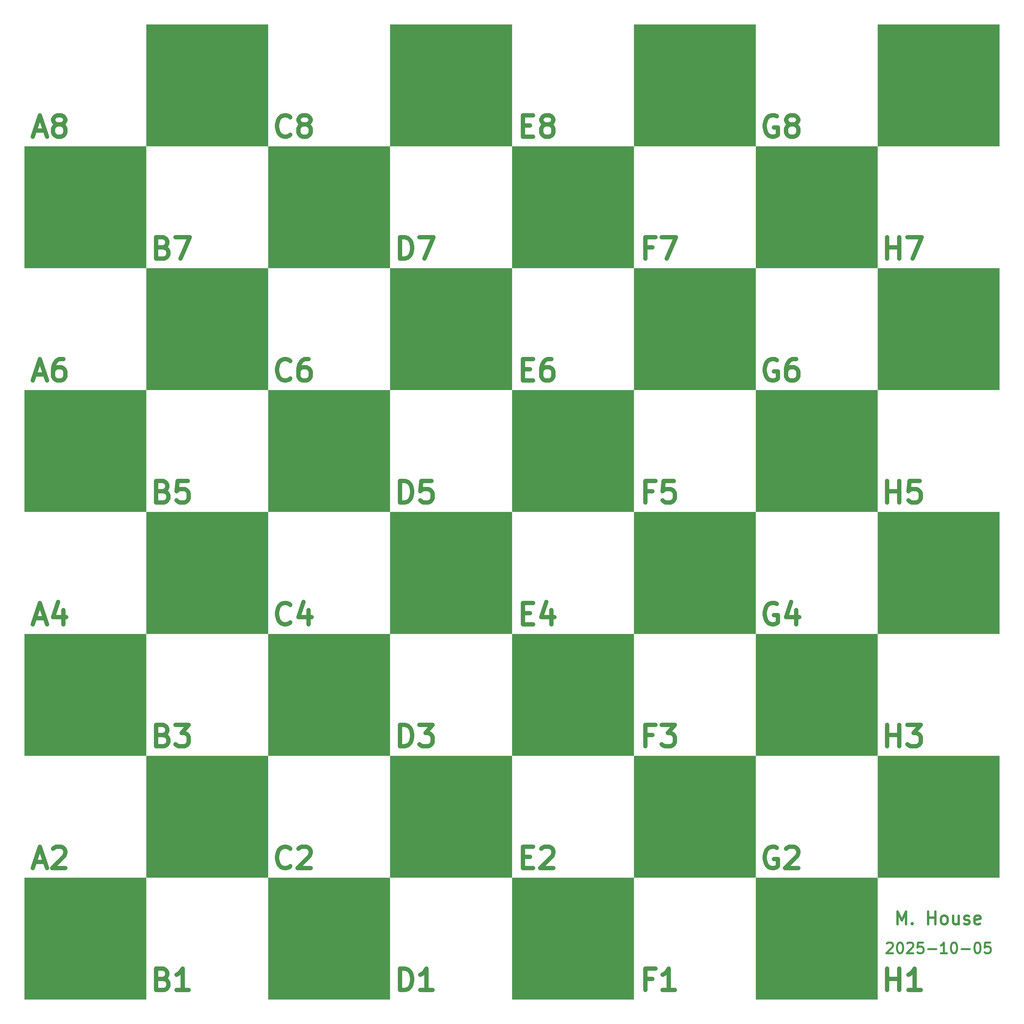
<source format=gbr>
%TF.GenerationSoftware,KiCad,Pcbnew,9.0.4*%
%TF.CreationDate,2025-10-05T06:40:31-04:00*%
%TF.ProjectId,tf_chess,74665f63-6865-4737-932e-6b696361645f,rev?*%
%TF.SameCoordinates,Original*%
%TF.FileFunction,Copper,L1,Top*%
%TF.FilePolarity,Positive*%
%FSLAX46Y46*%
G04 Gerber Fmt 4.6, Leading zero omitted, Abs format (unit mm)*
G04 Created by KiCad (PCBNEW 9.0.4) date 2025-10-05 06:40:31*
%MOMM*%
%LPD*%
G01*
G04 APERTURE LIST*
%ADD10C,2.000000*%
%TA.AperFunction,NonConductor*%
%ADD11C,2.000000*%
%TD*%
%ADD12C,0.900000*%
%TA.AperFunction,NonConductor*%
%ADD13C,0.900000*%
%TD*%
%ADD14C,1.100000*%
%TA.AperFunction,NonConductor*%
%ADD15C,1.100000*%
%TD*%
G04 APERTURE END LIST*
%TA.AperFunction,NonConductor*%
G36*
X64500000Y-67000000D02*
G01*
X121500000Y-67000000D01*
X121500000Y-124000000D01*
X64500000Y-124000000D01*
X64500000Y-67000000D01*
G37*
%TD.AperFunction*%
%TA.AperFunction,NonConductor*%
G36*
X349500000Y-238000000D02*
G01*
X406500000Y-238000000D01*
X406500000Y-295000000D01*
X349500000Y-295000000D01*
X349500000Y-238000000D01*
G37*
%TD.AperFunction*%
%TA.AperFunction,NonConductor*%
G36*
X64500000Y-295000000D02*
G01*
X121500000Y-295000000D01*
X121500000Y-352000000D01*
X64500000Y-352000000D01*
X64500000Y-295000000D01*
G37*
%TD.AperFunction*%
%TA.AperFunction,NonConductor*%
G36*
X178500000Y47000000D02*
G01*
X235500000Y47000000D01*
X235500000Y-10000000D01*
X178500000Y-10000000D01*
X178500000Y47000000D01*
G37*
%TD.AperFunction*%
%TA.AperFunction,NonConductor*%
G36*
X64500000Y-181000000D02*
G01*
X121500000Y-181000000D01*
X121500000Y-238000000D01*
X64500000Y-238000000D01*
X64500000Y-181000000D01*
G37*
%TD.AperFunction*%
%TA.AperFunction,NonConductor*%
G36*
X235500000Y-238000000D02*
G01*
X292500000Y-238000000D01*
X292500000Y-295000000D01*
X235500000Y-295000000D01*
X235500000Y-238000000D01*
G37*
%TD.AperFunction*%
%TA.AperFunction,NonConductor*%
G36*
X121500000Y-124000000D02*
G01*
X178500000Y-124000000D01*
X178500000Y-181000000D01*
X121500000Y-181000000D01*
X121500000Y-124000000D01*
G37*
%TD.AperFunction*%
%TA.AperFunction,NonConductor*%
G36*
X121500000Y104000000D02*
G01*
X178500000Y104000000D01*
X178500000Y47000000D01*
X121500000Y47000000D01*
X121500000Y104000000D01*
G37*
%TD.AperFunction*%
%TA.AperFunction,NonConductor*%
G36*
X235500000Y104000000D02*
G01*
X292500000Y104000000D01*
X292500000Y47000000D01*
X235500000Y47000000D01*
X235500000Y104000000D01*
G37*
%TD.AperFunction*%
%TA.AperFunction,NonConductor*%
G36*
X121500000Y-238000000D02*
G01*
X178500000Y-238000000D01*
X178500000Y-295000000D01*
X121500000Y-295000000D01*
X121500000Y-238000000D01*
G37*
%TD.AperFunction*%
%TA.AperFunction,NonConductor*%
G36*
X178500000Y-295000000D02*
G01*
X235500000Y-295000000D01*
X235500000Y-352000000D01*
X178500000Y-352000000D01*
X178500000Y-295000000D01*
G37*
%TD.AperFunction*%
%TA.AperFunction,NonConductor*%
G36*
X7500000Y-238000000D02*
G01*
X64500000Y-238000000D01*
X64500000Y-295000000D01*
X7500000Y-295000000D01*
X7500000Y-238000000D01*
G37*
%TD.AperFunction*%
%TA.AperFunction,NonConductor*%
G36*
X-49500000Y-181000000D02*
G01*
X7500000Y-181000000D01*
X7500000Y-238000000D01*
X-49500000Y-238000000D01*
X-49500000Y-181000000D01*
G37*
%TD.AperFunction*%
%TA.AperFunction,NonConductor*%
G36*
X292500000Y-67000000D02*
G01*
X349500000Y-67000000D01*
X349500000Y-124000000D01*
X292500000Y-124000000D01*
X292500000Y-67000000D01*
G37*
%TD.AperFunction*%
%TA.AperFunction,NonConductor*%
G36*
X349500000Y-10000000D02*
G01*
X406500000Y-10000000D01*
X406500000Y-67000000D01*
X349500000Y-67000000D01*
X349500000Y-10000000D01*
G37*
%TD.AperFunction*%
%TA.AperFunction,NonConductor*%
G36*
X292500000Y47000000D02*
G01*
X349500000Y47000000D01*
X349500000Y-10000000D01*
X292500000Y-10000000D01*
X292500000Y47000000D01*
G37*
%TD.AperFunction*%
%TA.AperFunction,NonConductor*%
G36*
X64500000Y47000000D02*
G01*
X121500000Y47000000D01*
X121500000Y-10000000D01*
X64500000Y-10000000D01*
X64500000Y47000000D01*
G37*
%TD.AperFunction*%
%TA.AperFunction,NonConductor*%
G36*
X7500000Y104000000D02*
G01*
X64500000Y104000000D01*
X64500000Y47000000D01*
X7500000Y47000000D01*
X7500000Y104000000D01*
G37*
%TD.AperFunction*%
%TA.AperFunction,NonConductor*%
G36*
X121500000Y-10000000D02*
G01*
X178500000Y-10000000D01*
X178500000Y-67000000D01*
X121500000Y-67000000D01*
X121500000Y-10000000D01*
G37*
%TD.AperFunction*%
%TA.AperFunction,NonConductor*%
G36*
X-49500000Y-67000000D02*
G01*
X7500000Y-67000000D01*
X7500000Y-124000000D01*
X-49500000Y-124000000D01*
X-49500000Y-67000000D01*
G37*
%TD.AperFunction*%
%TA.AperFunction,NonConductor*%
G36*
X-49500000Y-295000000D02*
G01*
X7500000Y-295000000D01*
X7500000Y-352000000D01*
X-49500000Y-352000000D01*
X-49500000Y-295000000D01*
G37*
%TD.AperFunction*%
%TA.AperFunction,NonConductor*%
G36*
X7500000Y-10000000D02*
G01*
X64500000Y-10000000D01*
X64500000Y-67000000D01*
X7500000Y-67000000D01*
X7500000Y-10000000D01*
G37*
%TD.AperFunction*%
%TA.AperFunction,NonConductor*%
G36*
X178500000Y-181000000D02*
G01*
X235500000Y-181000000D01*
X235500000Y-238000000D01*
X178500000Y-238000000D01*
X178500000Y-181000000D01*
G37*
%TD.AperFunction*%
%TA.AperFunction,NonConductor*%
G36*
X292500000Y-181000000D02*
G01*
X349500000Y-181000000D01*
X349500000Y-238000000D01*
X292500000Y-238000000D01*
X292500000Y-181000000D01*
G37*
%TD.AperFunction*%
%TA.AperFunction,NonConductor*%
G36*
X349500000Y104000000D02*
G01*
X406500000Y104000000D01*
X406500000Y47000000D01*
X349500000Y47000000D01*
X349500000Y104000000D01*
G37*
%TD.AperFunction*%
%TA.AperFunction,NonConductor*%
G36*
X7500000Y-124000000D02*
G01*
X64500000Y-124000000D01*
X64500000Y-181000000D01*
X7500000Y-181000000D01*
X7500000Y-124000000D01*
G37*
%TD.AperFunction*%
%TA.AperFunction,NonConductor*%
G36*
X235500000Y-10000000D02*
G01*
X292500000Y-10000000D01*
X292500000Y-67000000D01*
X235500000Y-67000000D01*
X235500000Y-10000000D01*
G37*
%TD.AperFunction*%
%TA.AperFunction,NonConductor*%
G36*
X349500000Y-124000000D02*
G01*
X406500000Y-124000000D01*
X406500000Y-181000000D01*
X349500000Y-181000000D01*
X349500000Y-124000000D01*
G37*
%TD.AperFunction*%
%TA.AperFunction,NonConductor*%
G36*
X178500000Y-67000000D02*
G01*
X235500000Y-67000000D01*
X235500000Y-124000000D01*
X178500000Y-124000000D01*
X178500000Y-67000000D01*
G37*
%TD.AperFunction*%
%TA.AperFunction,NonConductor*%
G36*
X-49500000Y47000000D02*
G01*
X7500000Y47000000D01*
X7500000Y-10000000D01*
X-49500000Y-10000000D01*
X-49500000Y47000000D01*
G37*
%TD.AperFunction*%
%TA.AperFunction,NonConductor*%
G36*
X292500000Y-295000000D02*
G01*
X349500000Y-295000000D01*
X349500000Y-352000000D01*
X292500000Y-352000000D01*
X292500000Y-295000000D01*
G37*
%TD.AperFunction*%
%TA.AperFunction,NonConductor*%
G36*
X235500000Y-124000000D02*
G01*
X292500000Y-124000000D01*
X292500000Y-181000000D01*
X235500000Y-181000000D01*
X235500000Y-124000000D01*
G37*
%TD.AperFunction*%
D10*
D11*
X353880952Y-347522190D02*
X353880952Y-337522190D01*
X353880952Y-342284095D02*
X359595238Y-342284095D01*
X359595238Y-347522190D02*
X359595238Y-337522190D01*
X369595237Y-347522190D02*
X363880951Y-347522190D01*
X366738094Y-347522190D02*
X366738094Y-337522190D01*
X366738094Y-337522190D02*
X365785713Y-338950761D01*
X365785713Y-338950761D02*
X364833332Y-339903142D01*
X364833332Y-339903142D02*
X363880951Y-340379333D01*
D12*
D13*
X353714284Y-325742485D02*
X353952380Y-325504390D01*
X353952380Y-325504390D02*
X354428570Y-325266295D01*
X354428570Y-325266295D02*
X355619046Y-325266295D01*
X355619046Y-325266295D02*
X356095237Y-325504390D01*
X356095237Y-325504390D02*
X356333332Y-325742485D01*
X356333332Y-325742485D02*
X356571427Y-326218676D01*
X356571427Y-326218676D02*
X356571427Y-326694866D01*
X356571427Y-326694866D02*
X356333332Y-327409152D01*
X356333332Y-327409152D02*
X353476189Y-330266295D01*
X353476189Y-330266295D02*
X356571427Y-330266295D01*
X359666666Y-325266295D02*
X360142856Y-325266295D01*
X360142856Y-325266295D02*
X360619047Y-325504390D01*
X360619047Y-325504390D02*
X360857142Y-325742485D01*
X360857142Y-325742485D02*
X361095237Y-326218676D01*
X361095237Y-326218676D02*
X361333332Y-327171057D01*
X361333332Y-327171057D02*
X361333332Y-328361533D01*
X361333332Y-328361533D02*
X361095237Y-329313914D01*
X361095237Y-329313914D02*
X360857142Y-329790104D01*
X360857142Y-329790104D02*
X360619047Y-330028200D01*
X360619047Y-330028200D02*
X360142856Y-330266295D01*
X360142856Y-330266295D02*
X359666666Y-330266295D01*
X359666666Y-330266295D02*
X359190475Y-330028200D01*
X359190475Y-330028200D02*
X358952380Y-329790104D01*
X358952380Y-329790104D02*
X358714285Y-329313914D01*
X358714285Y-329313914D02*
X358476189Y-328361533D01*
X358476189Y-328361533D02*
X358476189Y-327171057D01*
X358476189Y-327171057D02*
X358714285Y-326218676D01*
X358714285Y-326218676D02*
X358952380Y-325742485D01*
X358952380Y-325742485D02*
X359190475Y-325504390D01*
X359190475Y-325504390D02*
X359666666Y-325266295D01*
X363238094Y-325742485D02*
X363476190Y-325504390D01*
X363476190Y-325504390D02*
X363952380Y-325266295D01*
X363952380Y-325266295D02*
X365142856Y-325266295D01*
X365142856Y-325266295D02*
X365619047Y-325504390D01*
X365619047Y-325504390D02*
X365857142Y-325742485D01*
X365857142Y-325742485D02*
X366095237Y-326218676D01*
X366095237Y-326218676D02*
X366095237Y-326694866D01*
X366095237Y-326694866D02*
X365857142Y-327409152D01*
X365857142Y-327409152D02*
X362999999Y-330266295D01*
X362999999Y-330266295D02*
X366095237Y-330266295D01*
X370619047Y-325266295D02*
X368238095Y-325266295D01*
X368238095Y-325266295D02*
X367999999Y-327647247D01*
X367999999Y-327647247D02*
X368238095Y-327409152D01*
X368238095Y-327409152D02*
X368714285Y-327171057D01*
X368714285Y-327171057D02*
X369904761Y-327171057D01*
X369904761Y-327171057D02*
X370380952Y-327409152D01*
X370380952Y-327409152D02*
X370619047Y-327647247D01*
X370619047Y-327647247D02*
X370857142Y-328123438D01*
X370857142Y-328123438D02*
X370857142Y-329313914D01*
X370857142Y-329313914D02*
X370619047Y-329790104D01*
X370619047Y-329790104D02*
X370380952Y-330028200D01*
X370380952Y-330028200D02*
X369904761Y-330266295D01*
X369904761Y-330266295D02*
X368714285Y-330266295D01*
X368714285Y-330266295D02*
X368238095Y-330028200D01*
X368238095Y-330028200D02*
X367999999Y-329790104D01*
X373000000Y-328361533D02*
X376809524Y-328361533D01*
X381809523Y-330266295D02*
X378952380Y-330266295D01*
X380380952Y-330266295D02*
X380380952Y-325266295D01*
X380380952Y-325266295D02*
X379904761Y-325980580D01*
X379904761Y-325980580D02*
X379428571Y-326456771D01*
X379428571Y-326456771D02*
X378952380Y-326694866D01*
X384904762Y-325266295D02*
X385380952Y-325266295D01*
X385380952Y-325266295D02*
X385857143Y-325504390D01*
X385857143Y-325504390D02*
X386095238Y-325742485D01*
X386095238Y-325742485D02*
X386333333Y-326218676D01*
X386333333Y-326218676D02*
X386571428Y-327171057D01*
X386571428Y-327171057D02*
X386571428Y-328361533D01*
X386571428Y-328361533D02*
X386333333Y-329313914D01*
X386333333Y-329313914D02*
X386095238Y-329790104D01*
X386095238Y-329790104D02*
X385857143Y-330028200D01*
X385857143Y-330028200D02*
X385380952Y-330266295D01*
X385380952Y-330266295D02*
X384904762Y-330266295D01*
X384904762Y-330266295D02*
X384428571Y-330028200D01*
X384428571Y-330028200D02*
X384190476Y-329790104D01*
X384190476Y-329790104D02*
X383952381Y-329313914D01*
X383952381Y-329313914D02*
X383714285Y-328361533D01*
X383714285Y-328361533D02*
X383714285Y-327171057D01*
X383714285Y-327171057D02*
X383952381Y-326218676D01*
X383952381Y-326218676D02*
X384190476Y-325742485D01*
X384190476Y-325742485D02*
X384428571Y-325504390D01*
X384428571Y-325504390D02*
X384904762Y-325266295D01*
X388714286Y-328361533D02*
X392523810Y-328361533D01*
X395857143Y-325266295D02*
X396333333Y-325266295D01*
X396333333Y-325266295D02*
X396809524Y-325504390D01*
X396809524Y-325504390D02*
X397047619Y-325742485D01*
X397047619Y-325742485D02*
X397285714Y-326218676D01*
X397285714Y-326218676D02*
X397523809Y-327171057D01*
X397523809Y-327171057D02*
X397523809Y-328361533D01*
X397523809Y-328361533D02*
X397285714Y-329313914D01*
X397285714Y-329313914D02*
X397047619Y-329790104D01*
X397047619Y-329790104D02*
X396809524Y-330028200D01*
X396809524Y-330028200D02*
X396333333Y-330266295D01*
X396333333Y-330266295D02*
X395857143Y-330266295D01*
X395857143Y-330266295D02*
X395380952Y-330028200D01*
X395380952Y-330028200D02*
X395142857Y-329790104D01*
X395142857Y-329790104D02*
X394904762Y-329313914D01*
X394904762Y-329313914D02*
X394666666Y-328361533D01*
X394666666Y-328361533D02*
X394666666Y-327171057D01*
X394666666Y-327171057D02*
X394904762Y-326218676D01*
X394904762Y-326218676D02*
X395142857Y-325742485D01*
X395142857Y-325742485D02*
X395380952Y-325504390D01*
X395380952Y-325504390D02*
X395857143Y-325266295D01*
X402047619Y-325266295D02*
X399666667Y-325266295D01*
X399666667Y-325266295D02*
X399428571Y-327647247D01*
X399428571Y-327647247D02*
X399666667Y-327409152D01*
X399666667Y-327409152D02*
X400142857Y-327171057D01*
X400142857Y-327171057D02*
X401333333Y-327171057D01*
X401333333Y-327171057D02*
X401809524Y-327409152D01*
X401809524Y-327409152D02*
X402047619Y-327647247D01*
X402047619Y-327647247D02*
X402285714Y-328123438D01*
X402285714Y-328123438D02*
X402285714Y-329313914D01*
X402285714Y-329313914D02*
X402047619Y-329790104D01*
X402047619Y-329790104D02*
X401809524Y-330028200D01*
X401809524Y-330028200D02*
X401333333Y-330266295D01*
X401333333Y-330266295D02*
X400142857Y-330266295D01*
X400142857Y-330266295D02*
X399666667Y-330028200D01*
X399666667Y-330028200D02*
X399428571Y-329790104D01*
D14*
D15*
X358714286Y-316718514D02*
X358714286Y-310718514D01*
X358714286Y-310718514D02*
X360714286Y-315004228D01*
X360714286Y-315004228D02*
X362714286Y-310718514D01*
X362714286Y-310718514D02*
X362714286Y-316718514D01*
X365571429Y-316147085D02*
X365857143Y-316432800D01*
X365857143Y-316432800D02*
X365571429Y-316718514D01*
X365571429Y-316718514D02*
X365285715Y-316432800D01*
X365285715Y-316432800D02*
X365571429Y-316147085D01*
X365571429Y-316147085D02*
X365571429Y-316718514D01*
X373000001Y-316718514D02*
X373000001Y-310718514D01*
X373000001Y-313575657D02*
X376428572Y-313575657D01*
X376428572Y-316718514D02*
X376428572Y-310718514D01*
X380142858Y-316718514D02*
X379571429Y-316432800D01*
X379571429Y-316432800D02*
X379285715Y-316147085D01*
X379285715Y-316147085D02*
X379000001Y-315575657D01*
X379000001Y-315575657D02*
X379000001Y-313861371D01*
X379000001Y-313861371D02*
X379285715Y-313289942D01*
X379285715Y-313289942D02*
X379571429Y-313004228D01*
X379571429Y-313004228D02*
X380142858Y-312718514D01*
X380142858Y-312718514D02*
X381000001Y-312718514D01*
X381000001Y-312718514D02*
X381571429Y-313004228D01*
X381571429Y-313004228D02*
X381857144Y-313289942D01*
X381857144Y-313289942D02*
X382142858Y-313861371D01*
X382142858Y-313861371D02*
X382142858Y-315575657D01*
X382142858Y-315575657D02*
X381857144Y-316147085D01*
X381857144Y-316147085D02*
X381571429Y-316432800D01*
X381571429Y-316432800D02*
X381000001Y-316718514D01*
X381000001Y-316718514D02*
X380142858Y-316718514D01*
X387285715Y-312718514D02*
X387285715Y-316718514D01*
X384714286Y-312718514D02*
X384714286Y-315861371D01*
X384714286Y-315861371D02*
X385000000Y-316432800D01*
X385000000Y-316432800D02*
X385571429Y-316718514D01*
X385571429Y-316718514D02*
X386428572Y-316718514D01*
X386428572Y-316718514D02*
X387000000Y-316432800D01*
X387000000Y-316432800D02*
X387285715Y-316147085D01*
X389857143Y-316432800D02*
X390428571Y-316718514D01*
X390428571Y-316718514D02*
X391571428Y-316718514D01*
X391571428Y-316718514D02*
X392142857Y-316432800D01*
X392142857Y-316432800D02*
X392428571Y-315861371D01*
X392428571Y-315861371D02*
X392428571Y-315575657D01*
X392428571Y-315575657D02*
X392142857Y-315004228D01*
X392142857Y-315004228D02*
X391571428Y-314718514D01*
X391571428Y-314718514D02*
X390714286Y-314718514D01*
X390714286Y-314718514D02*
X390142857Y-314432800D01*
X390142857Y-314432800D02*
X389857143Y-313861371D01*
X389857143Y-313861371D02*
X389857143Y-313575657D01*
X389857143Y-313575657D02*
X390142857Y-313004228D01*
X390142857Y-313004228D02*
X390714286Y-312718514D01*
X390714286Y-312718514D02*
X391571428Y-312718514D01*
X391571428Y-312718514D02*
X392142857Y-313004228D01*
X397285714Y-316432800D02*
X396714286Y-316718514D01*
X396714286Y-316718514D02*
X395571429Y-316718514D01*
X395571429Y-316718514D02*
X395000000Y-316432800D01*
X395000000Y-316432800D02*
X394714286Y-315861371D01*
X394714286Y-315861371D02*
X394714286Y-313575657D01*
X394714286Y-313575657D02*
X395000000Y-313004228D01*
X395000000Y-313004228D02*
X395571429Y-312718514D01*
X395571429Y-312718514D02*
X396714286Y-312718514D01*
X396714286Y-312718514D02*
X397285714Y-313004228D01*
X397285714Y-313004228D02*
X397571429Y-313575657D01*
X397571429Y-313575657D02*
X397571429Y-314147085D01*
X397571429Y-314147085D02*
X394714286Y-314718514D01*
D10*
D11*
X-44642857Y-173665047D02*
X-39880952Y-173665047D01*
X-45595238Y-176522190D02*
X-42261904Y-166522190D01*
X-42261904Y-166522190D02*
X-38928571Y-176522190D01*
X-31309523Y-169855523D02*
X-31309523Y-176522190D01*
X-33690475Y-166046000D02*
X-36071428Y-173188857D01*
X-36071428Y-173188857D02*
X-29880951Y-173188857D01*
D10*
D11*
X244166666Y-228284095D02*
X240833333Y-228284095D01*
X240833333Y-233522190D02*
X240833333Y-223522190D01*
X240833333Y-223522190D02*
X245595238Y-223522190D01*
X248452381Y-223522190D02*
X254642857Y-223522190D01*
X254642857Y-223522190D02*
X251309524Y-227331714D01*
X251309524Y-227331714D02*
X252738095Y-227331714D01*
X252738095Y-227331714D02*
X253690476Y-227807904D01*
X253690476Y-227807904D02*
X254166667Y-228284095D01*
X254166667Y-228284095D02*
X254642857Y-229236476D01*
X254642857Y-229236476D02*
X254642857Y-231617428D01*
X254642857Y-231617428D02*
X254166667Y-232569809D01*
X254166667Y-232569809D02*
X253690476Y-233046000D01*
X253690476Y-233046000D02*
X252738095Y-233522190D01*
X252738095Y-233522190D02*
X249880952Y-233522190D01*
X249880952Y-233522190D02*
X248928571Y-233046000D01*
X248928571Y-233046000D02*
X248452381Y-232569809D01*
D10*
D11*
X302357142Y-166998380D02*
X301404761Y-166522190D01*
X301404761Y-166522190D02*
X299976190Y-166522190D01*
X299976190Y-166522190D02*
X298547618Y-166998380D01*
X298547618Y-166998380D02*
X297595237Y-167950761D01*
X297595237Y-167950761D02*
X297119047Y-168903142D01*
X297119047Y-168903142D02*
X296642856Y-170807904D01*
X296642856Y-170807904D02*
X296642856Y-172236476D01*
X296642856Y-172236476D02*
X297119047Y-174141238D01*
X297119047Y-174141238D02*
X297595237Y-175093619D01*
X297595237Y-175093619D02*
X298547618Y-176046000D01*
X298547618Y-176046000D02*
X299976190Y-176522190D01*
X299976190Y-176522190D02*
X300928571Y-176522190D01*
X300928571Y-176522190D02*
X302357142Y-176046000D01*
X302357142Y-176046000D02*
X302833333Y-175569809D01*
X302833333Y-175569809D02*
X302833333Y-172236476D01*
X302833333Y-172236476D02*
X300928571Y-172236476D01*
X311404761Y-169855523D02*
X311404761Y-176522190D01*
X309023809Y-166046000D02*
X306642856Y-173188857D01*
X306642856Y-173188857D02*
X312833333Y-173188857D01*
D10*
D11*
X183595238Y-171284095D02*
X186928571Y-171284095D01*
X188357143Y-176522190D02*
X183595238Y-176522190D01*
X183595238Y-176522190D02*
X183595238Y-166522190D01*
X183595238Y-166522190D02*
X188357143Y-166522190D01*
X196928571Y-169855523D02*
X196928571Y-176522190D01*
X194547619Y-166046000D02*
X192166666Y-173188857D01*
X192166666Y-173188857D02*
X198357143Y-173188857D01*
D10*
D11*
X15452380Y-228284095D02*
X16880952Y-228760285D01*
X16880952Y-228760285D02*
X17357142Y-229236476D01*
X17357142Y-229236476D02*
X17833333Y-230188857D01*
X17833333Y-230188857D02*
X17833333Y-231617428D01*
X17833333Y-231617428D02*
X17357142Y-232569809D01*
X17357142Y-232569809D02*
X16880952Y-233046000D01*
X16880952Y-233046000D02*
X15928571Y-233522190D01*
X15928571Y-233522190D02*
X12119047Y-233522190D01*
X12119047Y-233522190D02*
X12119047Y-223522190D01*
X12119047Y-223522190D02*
X15452380Y-223522190D01*
X15452380Y-223522190D02*
X16404761Y-223998380D01*
X16404761Y-223998380D02*
X16880952Y-224474571D01*
X16880952Y-224474571D02*
X17357142Y-225426952D01*
X17357142Y-225426952D02*
X17357142Y-226379333D01*
X17357142Y-226379333D02*
X16880952Y-227331714D01*
X16880952Y-227331714D02*
X16404761Y-227807904D01*
X16404761Y-227807904D02*
X15452380Y-228284095D01*
X15452380Y-228284095D02*
X12119047Y-228284095D01*
X21166666Y-223522190D02*
X27357142Y-223522190D01*
X27357142Y-223522190D02*
X24023809Y-227331714D01*
X24023809Y-227331714D02*
X25452380Y-227331714D01*
X25452380Y-227331714D02*
X26404761Y-227807904D01*
X26404761Y-227807904D02*
X26880952Y-228284095D01*
X26880952Y-228284095D02*
X27357142Y-229236476D01*
X27357142Y-229236476D02*
X27357142Y-231617428D01*
X27357142Y-231617428D02*
X26880952Y-232569809D01*
X26880952Y-232569809D02*
X26404761Y-233046000D01*
X26404761Y-233046000D02*
X25452380Y-233522190D01*
X25452380Y-233522190D02*
X22595237Y-233522190D01*
X22595237Y-233522190D02*
X21642856Y-233046000D01*
X21642856Y-233046000D02*
X21166666Y-232569809D01*
D10*
D11*
X302357142Y-52998380D02*
X301404761Y-52522190D01*
X301404761Y-52522190D02*
X299976190Y-52522190D01*
X299976190Y-52522190D02*
X298547618Y-52998380D01*
X298547618Y-52998380D02*
X297595237Y-53950761D01*
X297595237Y-53950761D02*
X297119047Y-54903142D01*
X297119047Y-54903142D02*
X296642856Y-56807904D01*
X296642856Y-56807904D02*
X296642856Y-58236476D01*
X296642856Y-58236476D02*
X297119047Y-60141238D01*
X297119047Y-60141238D02*
X297595237Y-61093619D01*
X297595237Y-61093619D02*
X298547618Y-62046000D01*
X298547618Y-62046000D02*
X299976190Y-62522190D01*
X299976190Y-62522190D02*
X300928571Y-62522190D01*
X300928571Y-62522190D02*
X302357142Y-62046000D01*
X302357142Y-62046000D02*
X302833333Y-61569809D01*
X302833333Y-61569809D02*
X302833333Y-58236476D01*
X302833333Y-58236476D02*
X300928571Y-58236476D01*
X311404761Y-52522190D02*
X309499999Y-52522190D01*
X309499999Y-52522190D02*
X308547618Y-52998380D01*
X308547618Y-52998380D02*
X308071428Y-53474571D01*
X308071428Y-53474571D02*
X307119047Y-54903142D01*
X307119047Y-54903142D02*
X306642856Y-56807904D01*
X306642856Y-56807904D02*
X306642856Y-60617428D01*
X306642856Y-60617428D02*
X307119047Y-61569809D01*
X307119047Y-61569809D02*
X307595237Y-62046000D01*
X307595237Y-62046000D02*
X308547618Y-62522190D01*
X308547618Y-62522190D02*
X310452380Y-62522190D01*
X310452380Y-62522190D02*
X311404761Y-62046000D01*
X311404761Y-62046000D02*
X311880952Y-61569809D01*
X311880952Y-61569809D02*
X312357142Y-60617428D01*
X312357142Y-60617428D02*
X312357142Y-58236476D01*
X312357142Y-58236476D02*
X311880952Y-57284095D01*
X311880952Y-57284095D02*
X311404761Y-56807904D01*
X311404761Y-56807904D02*
X310452380Y-56331714D01*
X310452380Y-56331714D02*
X308547618Y-56331714D01*
X308547618Y-56331714D02*
X307595237Y-56807904D01*
X307595237Y-56807904D02*
X307119047Y-57284095D01*
X307119047Y-57284095D02*
X306642856Y-58236476D01*
D10*
D11*
X-44642857Y-59665047D02*
X-39880952Y-59665047D01*
X-45595238Y-62522190D02*
X-42261904Y-52522190D01*
X-42261904Y-52522190D02*
X-38928571Y-62522190D01*
X-31309523Y-52522190D02*
X-33214285Y-52522190D01*
X-33214285Y-52522190D02*
X-34166666Y-52998380D01*
X-34166666Y-52998380D02*
X-34642856Y-53474571D01*
X-34642856Y-53474571D02*
X-35595237Y-54903142D01*
X-35595237Y-54903142D02*
X-36071428Y-56807904D01*
X-36071428Y-56807904D02*
X-36071428Y-60617428D01*
X-36071428Y-60617428D02*
X-35595237Y-61569809D01*
X-35595237Y-61569809D02*
X-35119047Y-62046000D01*
X-35119047Y-62046000D02*
X-34166666Y-62522190D01*
X-34166666Y-62522190D02*
X-32261904Y-62522190D01*
X-32261904Y-62522190D02*
X-31309523Y-62046000D01*
X-31309523Y-62046000D02*
X-30833332Y-61569809D01*
X-30833332Y-61569809D02*
X-30357142Y-60617428D01*
X-30357142Y-60617428D02*
X-30357142Y-58236476D01*
X-30357142Y-58236476D02*
X-30833332Y-57284095D01*
X-30833332Y-57284095D02*
X-31309523Y-56807904D01*
X-31309523Y-56807904D02*
X-32261904Y-56331714D01*
X-32261904Y-56331714D02*
X-34166666Y-56331714D01*
X-34166666Y-56331714D02*
X-35119047Y-56807904D01*
X-35119047Y-56807904D02*
X-35595237Y-57284095D01*
X-35595237Y-57284095D02*
X-36071428Y-58236476D01*
D10*
D11*
X244166666Y-284095D02*
X240833333Y-284095D01*
X240833333Y-5522190D02*
X240833333Y4477809D01*
X240833333Y4477809D02*
X245595238Y4477809D01*
X248452381Y4477809D02*
X255119048Y4477809D01*
X255119048Y4477809D02*
X250833333Y-5522190D01*
D10*
D11*
X126119047Y-5522190D02*
X126119047Y4477809D01*
X126119047Y4477809D02*
X128499999Y4477809D01*
X128499999Y4477809D02*
X129928571Y4001619D01*
X129928571Y4001619D02*
X130880952Y3049238D01*
X130880952Y3049238D02*
X131357142Y2096857D01*
X131357142Y2096857D02*
X131833333Y192095D01*
X131833333Y192095D02*
X131833333Y-1236476D01*
X131833333Y-1236476D02*
X131357142Y-3141238D01*
X131357142Y-3141238D02*
X130880952Y-4093619D01*
X130880952Y-4093619D02*
X129928571Y-5046000D01*
X129928571Y-5046000D02*
X128499999Y-5522190D01*
X128499999Y-5522190D02*
X126119047Y-5522190D01*
X135166666Y4477809D02*
X141833333Y4477809D01*
X141833333Y4477809D02*
X137547618Y-5522190D01*
D10*
D11*
X15452380Y-114284095D02*
X16880952Y-114760285D01*
X16880952Y-114760285D02*
X17357142Y-115236476D01*
X17357142Y-115236476D02*
X17833333Y-116188857D01*
X17833333Y-116188857D02*
X17833333Y-117617428D01*
X17833333Y-117617428D02*
X17357142Y-118569809D01*
X17357142Y-118569809D02*
X16880952Y-119046000D01*
X16880952Y-119046000D02*
X15928571Y-119522190D01*
X15928571Y-119522190D02*
X12119047Y-119522190D01*
X12119047Y-119522190D02*
X12119047Y-109522190D01*
X12119047Y-109522190D02*
X15452380Y-109522190D01*
X15452380Y-109522190D02*
X16404761Y-109998380D01*
X16404761Y-109998380D02*
X16880952Y-110474571D01*
X16880952Y-110474571D02*
X17357142Y-111426952D01*
X17357142Y-111426952D02*
X17357142Y-112379333D01*
X17357142Y-112379333D02*
X16880952Y-113331714D01*
X16880952Y-113331714D02*
X16404761Y-113807904D01*
X16404761Y-113807904D02*
X15452380Y-114284095D01*
X15452380Y-114284095D02*
X12119047Y-114284095D01*
X26880952Y-109522190D02*
X22119047Y-109522190D01*
X22119047Y-109522190D02*
X21642856Y-114284095D01*
X21642856Y-114284095D02*
X22119047Y-113807904D01*
X22119047Y-113807904D02*
X23071428Y-113331714D01*
X23071428Y-113331714D02*
X25452380Y-113331714D01*
X25452380Y-113331714D02*
X26404761Y-113807904D01*
X26404761Y-113807904D02*
X26880952Y-114284095D01*
X26880952Y-114284095D02*
X27357142Y-115236476D01*
X27357142Y-115236476D02*
X27357142Y-117617428D01*
X27357142Y-117617428D02*
X26880952Y-118569809D01*
X26880952Y-118569809D02*
X26404761Y-119046000D01*
X26404761Y-119046000D02*
X25452380Y-119522190D01*
X25452380Y-119522190D02*
X23071428Y-119522190D01*
X23071428Y-119522190D02*
X22119047Y-119046000D01*
X22119047Y-119046000D02*
X21642856Y-118569809D01*
D10*
D11*
X15452380Y-284095D02*
X16880952Y-760285D01*
X16880952Y-760285D02*
X17357142Y-1236476D01*
X17357142Y-1236476D02*
X17833333Y-2188857D01*
X17833333Y-2188857D02*
X17833333Y-3617428D01*
X17833333Y-3617428D02*
X17357142Y-4569809D01*
X17357142Y-4569809D02*
X16880952Y-5046000D01*
X16880952Y-5046000D02*
X15928571Y-5522190D01*
X15928571Y-5522190D02*
X12119047Y-5522190D01*
X12119047Y-5522190D02*
X12119047Y4477809D01*
X12119047Y4477809D02*
X15452380Y4477809D01*
X15452380Y4477809D02*
X16404761Y4001619D01*
X16404761Y4001619D02*
X16880952Y3525428D01*
X16880952Y3525428D02*
X17357142Y2573047D01*
X17357142Y2573047D02*
X17357142Y1620666D01*
X17357142Y1620666D02*
X16880952Y668285D01*
X16880952Y668285D02*
X16404761Y192095D01*
X16404761Y192095D02*
X15452380Y-284095D01*
X15452380Y-284095D02*
X12119047Y-284095D01*
X21166666Y4477809D02*
X27833333Y4477809D01*
X27833333Y4477809D02*
X23547618Y-5522190D01*
D10*
D11*
X183595238Y56715904D02*
X186928571Y56715904D01*
X188357143Y51477809D02*
X183595238Y51477809D01*
X183595238Y51477809D02*
X183595238Y61477809D01*
X183595238Y61477809D02*
X188357143Y61477809D01*
X194071428Y57192095D02*
X193119047Y57668285D01*
X193119047Y57668285D02*
X192642857Y58144476D01*
X192642857Y58144476D02*
X192166666Y59096857D01*
X192166666Y59096857D02*
X192166666Y59573047D01*
X192166666Y59573047D02*
X192642857Y60525428D01*
X192642857Y60525428D02*
X193119047Y61001619D01*
X193119047Y61001619D02*
X194071428Y61477809D01*
X194071428Y61477809D02*
X195976190Y61477809D01*
X195976190Y61477809D02*
X196928571Y61001619D01*
X196928571Y61001619D02*
X197404762Y60525428D01*
X197404762Y60525428D02*
X197880952Y59573047D01*
X197880952Y59573047D02*
X197880952Y59096857D01*
X197880952Y59096857D02*
X197404762Y58144476D01*
X197404762Y58144476D02*
X196928571Y57668285D01*
X196928571Y57668285D02*
X195976190Y57192095D01*
X195976190Y57192095D02*
X194071428Y57192095D01*
X194071428Y57192095D02*
X193119047Y56715904D01*
X193119047Y56715904D02*
X192642857Y56239714D01*
X192642857Y56239714D02*
X192166666Y55287333D01*
X192166666Y55287333D02*
X192166666Y53382571D01*
X192166666Y53382571D02*
X192642857Y52430190D01*
X192642857Y52430190D02*
X193119047Y51954000D01*
X193119047Y51954000D02*
X194071428Y51477809D01*
X194071428Y51477809D02*
X195976190Y51477809D01*
X195976190Y51477809D02*
X196928571Y51954000D01*
X196928571Y51954000D02*
X197404762Y52430190D01*
X197404762Y52430190D02*
X197880952Y53382571D01*
X197880952Y53382571D02*
X197880952Y55287333D01*
X197880952Y55287333D02*
X197404762Y56239714D01*
X197404762Y56239714D02*
X196928571Y56715904D01*
X196928571Y56715904D02*
X195976190Y57192095D01*
D10*
D11*
X74833333Y52430190D02*
X74357142Y51954000D01*
X74357142Y51954000D02*
X72928571Y51477809D01*
X72928571Y51477809D02*
X71976190Y51477809D01*
X71976190Y51477809D02*
X70547618Y51954000D01*
X70547618Y51954000D02*
X69595237Y52906380D01*
X69595237Y52906380D02*
X69119047Y53858761D01*
X69119047Y53858761D02*
X68642856Y55763523D01*
X68642856Y55763523D02*
X68642856Y57192095D01*
X68642856Y57192095D02*
X69119047Y59096857D01*
X69119047Y59096857D02*
X69595237Y60049238D01*
X69595237Y60049238D02*
X70547618Y61001619D01*
X70547618Y61001619D02*
X71976190Y61477809D01*
X71976190Y61477809D02*
X72928571Y61477809D01*
X72928571Y61477809D02*
X74357142Y61001619D01*
X74357142Y61001619D02*
X74833333Y60525428D01*
X80547618Y57192095D02*
X79595237Y57668285D01*
X79595237Y57668285D02*
X79119047Y58144476D01*
X79119047Y58144476D02*
X78642856Y59096857D01*
X78642856Y59096857D02*
X78642856Y59573047D01*
X78642856Y59573047D02*
X79119047Y60525428D01*
X79119047Y60525428D02*
X79595237Y61001619D01*
X79595237Y61001619D02*
X80547618Y61477809D01*
X80547618Y61477809D02*
X82452380Y61477809D01*
X82452380Y61477809D02*
X83404761Y61001619D01*
X83404761Y61001619D02*
X83880952Y60525428D01*
X83880952Y60525428D02*
X84357142Y59573047D01*
X84357142Y59573047D02*
X84357142Y59096857D01*
X84357142Y59096857D02*
X83880952Y58144476D01*
X83880952Y58144476D02*
X83404761Y57668285D01*
X83404761Y57668285D02*
X82452380Y57192095D01*
X82452380Y57192095D02*
X80547618Y57192095D01*
X80547618Y57192095D02*
X79595237Y56715904D01*
X79595237Y56715904D02*
X79119047Y56239714D01*
X79119047Y56239714D02*
X78642856Y55287333D01*
X78642856Y55287333D02*
X78642856Y53382571D01*
X78642856Y53382571D02*
X79119047Y52430190D01*
X79119047Y52430190D02*
X79595237Y51954000D01*
X79595237Y51954000D02*
X80547618Y51477809D01*
X80547618Y51477809D02*
X82452380Y51477809D01*
X82452380Y51477809D02*
X83404761Y51954000D01*
X83404761Y51954000D02*
X83880952Y52430190D01*
X83880952Y52430190D02*
X84357142Y53382571D01*
X84357142Y53382571D02*
X84357142Y55287333D01*
X84357142Y55287333D02*
X83880952Y56239714D01*
X83880952Y56239714D02*
X83404761Y56715904D01*
X83404761Y56715904D02*
X82452380Y57192095D01*
D10*
D11*
X74833333Y-289569809D02*
X74357142Y-290046000D01*
X74357142Y-290046000D02*
X72928571Y-290522190D01*
X72928571Y-290522190D02*
X71976190Y-290522190D01*
X71976190Y-290522190D02*
X70547618Y-290046000D01*
X70547618Y-290046000D02*
X69595237Y-289093619D01*
X69595237Y-289093619D02*
X69119047Y-288141238D01*
X69119047Y-288141238D02*
X68642856Y-286236476D01*
X68642856Y-286236476D02*
X68642856Y-284807904D01*
X68642856Y-284807904D02*
X69119047Y-282903142D01*
X69119047Y-282903142D02*
X69595237Y-281950761D01*
X69595237Y-281950761D02*
X70547618Y-280998380D01*
X70547618Y-280998380D02*
X71976190Y-280522190D01*
X71976190Y-280522190D02*
X72928571Y-280522190D01*
X72928571Y-280522190D02*
X74357142Y-280998380D01*
X74357142Y-280998380D02*
X74833333Y-281474571D01*
X78642856Y-281474571D02*
X79119047Y-280998380D01*
X79119047Y-280998380D02*
X80071428Y-280522190D01*
X80071428Y-280522190D02*
X82452380Y-280522190D01*
X82452380Y-280522190D02*
X83404761Y-280998380D01*
X83404761Y-280998380D02*
X83880952Y-281474571D01*
X83880952Y-281474571D02*
X84357142Y-282426952D01*
X84357142Y-282426952D02*
X84357142Y-283379333D01*
X84357142Y-283379333D02*
X83880952Y-284807904D01*
X83880952Y-284807904D02*
X78166666Y-290522190D01*
X78166666Y-290522190D02*
X84357142Y-290522190D01*
D10*
D11*
X353880952Y-119522190D02*
X353880952Y-109522190D01*
X353880952Y-114284095D02*
X359595238Y-114284095D01*
X359595238Y-119522190D02*
X359595238Y-109522190D01*
X369119047Y-109522190D02*
X364357142Y-109522190D01*
X364357142Y-109522190D02*
X363880951Y-114284095D01*
X363880951Y-114284095D02*
X364357142Y-113807904D01*
X364357142Y-113807904D02*
X365309523Y-113331714D01*
X365309523Y-113331714D02*
X367690475Y-113331714D01*
X367690475Y-113331714D02*
X368642856Y-113807904D01*
X368642856Y-113807904D02*
X369119047Y-114284095D01*
X369119047Y-114284095D02*
X369595237Y-115236476D01*
X369595237Y-115236476D02*
X369595237Y-117617428D01*
X369595237Y-117617428D02*
X369119047Y-118569809D01*
X369119047Y-118569809D02*
X368642856Y-119046000D01*
X368642856Y-119046000D02*
X367690475Y-119522190D01*
X367690475Y-119522190D02*
X365309523Y-119522190D01*
X365309523Y-119522190D02*
X364357142Y-119046000D01*
X364357142Y-119046000D02*
X363880951Y-118569809D01*
D10*
D11*
X126119047Y-119522190D02*
X126119047Y-109522190D01*
X126119047Y-109522190D02*
X128499999Y-109522190D01*
X128499999Y-109522190D02*
X129928571Y-109998380D01*
X129928571Y-109998380D02*
X130880952Y-110950761D01*
X130880952Y-110950761D02*
X131357142Y-111903142D01*
X131357142Y-111903142D02*
X131833333Y-113807904D01*
X131833333Y-113807904D02*
X131833333Y-115236476D01*
X131833333Y-115236476D02*
X131357142Y-117141238D01*
X131357142Y-117141238D02*
X130880952Y-118093619D01*
X130880952Y-118093619D02*
X129928571Y-119046000D01*
X129928571Y-119046000D02*
X128499999Y-119522190D01*
X128499999Y-119522190D02*
X126119047Y-119522190D01*
X140880952Y-109522190D02*
X136119047Y-109522190D01*
X136119047Y-109522190D02*
X135642856Y-114284095D01*
X135642856Y-114284095D02*
X136119047Y-113807904D01*
X136119047Y-113807904D02*
X137071428Y-113331714D01*
X137071428Y-113331714D02*
X139452380Y-113331714D01*
X139452380Y-113331714D02*
X140404761Y-113807904D01*
X140404761Y-113807904D02*
X140880952Y-114284095D01*
X140880952Y-114284095D02*
X141357142Y-115236476D01*
X141357142Y-115236476D02*
X141357142Y-117617428D01*
X141357142Y-117617428D02*
X140880952Y-118569809D01*
X140880952Y-118569809D02*
X140404761Y-119046000D01*
X140404761Y-119046000D02*
X139452380Y-119522190D01*
X139452380Y-119522190D02*
X137071428Y-119522190D01*
X137071428Y-119522190D02*
X136119047Y-119046000D01*
X136119047Y-119046000D02*
X135642856Y-118569809D01*
D10*
D11*
X-44642857Y54334952D02*
X-39880952Y54334952D01*
X-45595238Y51477809D02*
X-42261904Y61477809D01*
X-42261904Y61477809D02*
X-38928571Y51477809D01*
X-34166666Y57192095D02*
X-35119047Y57668285D01*
X-35119047Y57668285D02*
X-35595237Y58144476D01*
X-35595237Y58144476D02*
X-36071428Y59096857D01*
X-36071428Y59096857D02*
X-36071428Y59573047D01*
X-36071428Y59573047D02*
X-35595237Y60525428D01*
X-35595237Y60525428D02*
X-35119047Y61001619D01*
X-35119047Y61001619D02*
X-34166666Y61477809D01*
X-34166666Y61477809D02*
X-32261904Y61477809D01*
X-32261904Y61477809D02*
X-31309523Y61001619D01*
X-31309523Y61001619D02*
X-30833332Y60525428D01*
X-30833332Y60525428D02*
X-30357142Y59573047D01*
X-30357142Y59573047D02*
X-30357142Y59096857D01*
X-30357142Y59096857D02*
X-30833332Y58144476D01*
X-30833332Y58144476D02*
X-31309523Y57668285D01*
X-31309523Y57668285D02*
X-32261904Y57192095D01*
X-32261904Y57192095D02*
X-34166666Y57192095D01*
X-34166666Y57192095D02*
X-35119047Y56715904D01*
X-35119047Y56715904D02*
X-35595237Y56239714D01*
X-35595237Y56239714D02*
X-36071428Y55287333D01*
X-36071428Y55287333D02*
X-36071428Y53382571D01*
X-36071428Y53382571D02*
X-35595237Y52430190D01*
X-35595237Y52430190D02*
X-35119047Y51954000D01*
X-35119047Y51954000D02*
X-34166666Y51477809D01*
X-34166666Y51477809D02*
X-32261904Y51477809D01*
X-32261904Y51477809D02*
X-31309523Y51954000D01*
X-31309523Y51954000D02*
X-30833332Y52430190D01*
X-30833332Y52430190D02*
X-30357142Y53382571D01*
X-30357142Y53382571D02*
X-30357142Y55287333D01*
X-30357142Y55287333D02*
X-30833332Y56239714D01*
X-30833332Y56239714D02*
X-31309523Y56715904D01*
X-31309523Y56715904D02*
X-32261904Y57192095D01*
D10*
D11*
X183595238Y-285284095D02*
X186928571Y-285284095D01*
X188357143Y-290522190D02*
X183595238Y-290522190D01*
X183595238Y-290522190D02*
X183595238Y-280522190D01*
X183595238Y-280522190D02*
X188357143Y-280522190D01*
X192166666Y-281474571D02*
X192642857Y-280998380D01*
X192642857Y-280998380D02*
X193595238Y-280522190D01*
X193595238Y-280522190D02*
X195976190Y-280522190D01*
X195976190Y-280522190D02*
X196928571Y-280998380D01*
X196928571Y-280998380D02*
X197404762Y-281474571D01*
X197404762Y-281474571D02*
X197880952Y-282426952D01*
X197880952Y-282426952D02*
X197880952Y-283379333D01*
X197880952Y-283379333D02*
X197404762Y-284807904D01*
X197404762Y-284807904D02*
X191690476Y-290522190D01*
X191690476Y-290522190D02*
X197880952Y-290522190D01*
D10*
D11*
X183595238Y-57284095D02*
X186928571Y-57284095D01*
X188357143Y-62522190D02*
X183595238Y-62522190D01*
X183595238Y-62522190D02*
X183595238Y-52522190D01*
X183595238Y-52522190D02*
X188357143Y-52522190D01*
X196928571Y-52522190D02*
X195023809Y-52522190D01*
X195023809Y-52522190D02*
X194071428Y-52998380D01*
X194071428Y-52998380D02*
X193595238Y-53474571D01*
X193595238Y-53474571D02*
X192642857Y-54903142D01*
X192642857Y-54903142D02*
X192166666Y-56807904D01*
X192166666Y-56807904D02*
X192166666Y-60617428D01*
X192166666Y-60617428D02*
X192642857Y-61569809D01*
X192642857Y-61569809D02*
X193119047Y-62046000D01*
X193119047Y-62046000D02*
X194071428Y-62522190D01*
X194071428Y-62522190D02*
X195976190Y-62522190D01*
X195976190Y-62522190D02*
X196928571Y-62046000D01*
X196928571Y-62046000D02*
X197404762Y-61569809D01*
X197404762Y-61569809D02*
X197880952Y-60617428D01*
X197880952Y-60617428D02*
X197880952Y-58236476D01*
X197880952Y-58236476D02*
X197404762Y-57284095D01*
X197404762Y-57284095D02*
X196928571Y-56807904D01*
X196928571Y-56807904D02*
X195976190Y-56331714D01*
X195976190Y-56331714D02*
X194071428Y-56331714D01*
X194071428Y-56331714D02*
X193119047Y-56807904D01*
X193119047Y-56807904D02*
X192642857Y-57284095D01*
X192642857Y-57284095D02*
X192166666Y-58236476D01*
D10*
D11*
X74833333Y-175569809D02*
X74357142Y-176046000D01*
X74357142Y-176046000D02*
X72928571Y-176522190D01*
X72928571Y-176522190D02*
X71976190Y-176522190D01*
X71976190Y-176522190D02*
X70547618Y-176046000D01*
X70547618Y-176046000D02*
X69595237Y-175093619D01*
X69595237Y-175093619D02*
X69119047Y-174141238D01*
X69119047Y-174141238D02*
X68642856Y-172236476D01*
X68642856Y-172236476D02*
X68642856Y-170807904D01*
X68642856Y-170807904D02*
X69119047Y-168903142D01*
X69119047Y-168903142D02*
X69595237Y-167950761D01*
X69595237Y-167950761D02*
X70547618Y-166998380D01*
X70547618Y-166998380D02*
X71976190Y-166522190D01*
X71976190Y-166522190D02*
X72928571Y-166522190D01*
X72928571Y-166522190D02*
X74357142Y-166998380D01*
X74357142Y-166998380D02*
X74833333Y-167474571D01*
X83404761Y-169855523D02*
X83404761Y-176522190D01*
X81023809Y-166046000D02*
X78642856Y-173188857D01*
X78642856Y-173188857D02*
X84833333Y-173188857D01*
D10*
D11*
X74833333Y-61569809D02*
X74357142Y-62046000D01*
X74357142Y-62046000D02*
X72928571Y-62522190D01*
X72928571Y-62522190D02*
X71976190Y-62522190D01*
X71976190Y-62522190D02*
X70547618Y-62046000D01*
X70547618Y-62046000D02*
X69595237Y-61093619D01*
X69595237Y-61093619D02*
X69119047Y-60141238D01*
X69119047Y-60141238D02*
X68642856Y-58236476D01*
X68642856Y-58236476D02*
X68642856Y-56807904D01*
X68642856Y-56807904D02*
X69119047Y-54903142D01*
X69119047Y-54903142D02*
X69595237Y-53950761D01*
X69595237Y-53950761D02*
X70547618Y-52998380D01*
X70547618Y-52998380D02*
X71976190Y-52522190D01*
X71976190Y-52522190D02*
X72928571Y-52522190D01*
X72928571Y-52522190D02*
X74357142Y-52998380D01*
X74357142Y-52998380D02*
X74833333Y-53474571D01*
X83404761Y-52522190D02*
X81499999Y-52522190D01*
X81499999Y-52522190D02*
X80547618Y-52998380D01*
X80547618Y-52998380D02*
X80071428Y-53474571D01*
X80071428Y-53474571D02*
X79119047Y-54903142D01*
X79119047Y-54903142D02*
X78642856Y-56807904D01*
X78642856Y-56807904D02*
X78642856Y-60617428D01*
X78642856Y-60617428D02*
X79119047Y-61569809D01*
X79119047Y-61569809D02*
X79595237Y-62046000D01*
X79595237Y-62046000D02*
X80547618Y-62522190D01*
X80547618Y-62522190D02*
X82452380Y-62522190D01*
X82452380Y-62522190D02*
X83404761Y-62046000D01*
X83404761Y-62046000D02*
X83880952Y-61569809D01*
X83880952Y-61569809D02*
X84357142Y-60617428D01*
X84357142Y-60617428D02*
X84357142Y-58236476D01*
X84357142Y-58236476D02*
X83880952Y-57284095D01*
X83880952Y-57284095D02*
X83404761Y-56807904D01*
X83404761Y-56807904D02*
X82452380Y-56331714D01*
X82452380Y-56331714D02*
X80547618Y-56331714D01*
X80547618Y-56331714D02*
X79595237Y-56807904D01*
X79595237Y-56807904D02*
X79119047Y-57284095D01*
X79119047Y-57284095D02*
X78642856Y-58236476D01*
D10*
D11*
X302357142Y-280998380D02*
X301404761Y-280522190D01*
X301404761Y-280522190D02*
X299976190Y-280522190D01*
X299976190Y-280522190D02*
X298547618Y-280998380D01*
X298547618Y-280998380D02*
X297595237Y-281950761D01*
X297595237Y-281950761D02*
X297119047Y-282903142D01*
X297119047Y-282903142D02*
X296642856Y-284807904D01*
X296642856Y-284807904D02*
X296642856Y-286236476D01*
X296642856Y-286236476D02*
X297119047Y-288141238D01*
X297119047Y-288141238D02*
X297595237Y-289093619D01*
X297595237Y-289093619D02*
X298547618Y-290046000D01*
X298547618Y-290046000D02*
X299976190Y-290522190D01*
X299976190Y-290522190D02*
X300928571Y-290522190D01*
X300928571Y-290522190D02*
X302357142Y-290046000D01*
X302357142Y-290046000D02*
X302833333Y-289569809D01*
X302833333Y-289569809D02*
X302833333Y-286236476D01*
X302833333Y-286236476D02*
X300928571Y-286236476D01*
X306642856Y-281474571D02*
X307119047Y-280998380D01*
X307119047Y-280998380D02*
X308071428Y-280522190D01*
X308071428Y-280522190D02*
X310452380Y-280522190D01*
X310452380Y-280522190D02*
X311404761Y-280998380D01*
X311404761Y-280998380D02*
X311880952Y-281474571D01*
X311880952Y-281474571D02*
X312357142Y-282426952D01*
X312357142Y-282426952D02*
X312357142Y-283379333D01*
X312357142Y-283379333D02*
X311880952Y-284807904D01*
X311880952Y-284807904D02*
X306166666Y-290522190D01*
X306166666Y-290522190D02*
X312357142Y-290522190D01*
D10*
D11*
X353880952Y-5522190D02*
X353880952Y4477809D01*
X353880952Y-284095D02*
X359595238Y-284095D01*
X359595238Y-5522190D02*
X359595238Y4477809D01*
X363404761Y4477809D02*
X370071428Y4477809D01*
X370071428Y4477809D02*
X365785713Y-5522190D01*
D10*
D11*
X244166666Y-114284095D02*
X240833333Y-114284095D01*
X240833333Y-119522190D02*
X240833333Y-109522190D01*
X240833333Y-109522190D02*
X245595238Y-109522190D01*
X254166667Y-109522190D02*
X249404762Y-109522190D01*
X249404762Y-109522190D02*
X248928571Y-114284095D01*
X248928571Y-114284095D02*
X249404762Y-113807904D01*
X249404762Y-113807904D02*
X250357143Y-113331714D01*
X250357143Y-113331714D02*
X252738095Y-113331714D01*
X252738095Y-113331714D02*
X253690476Y-113807904D01*
X253690476Y-113807904D02*
X254166667Y-114284095D01*
X254166667Y-114284095D02*
X254642857Y-115236476D01*
X254642857Y-115236476D02*
X254642857Y-117617428D01*
X254642857Y-117617428D02*
X254166667Y-118569809D01*
X254166667Y-118569809D02*
X253690476Y-119046000D01*
X253690476Y-119046000D02*
X252738095Y-119522190D01*
X252738095Y-119522190D02*
X250357143Y-119522190D01*
X250357143Y-119522190D02*
X249404762Y-119046000D01*
X249404762Y-119046000D02*
X248928571Y-118569809D01*
D10*
D11*
X126119047Y-347522190D02*
X126119047Y-337522190D01*
X126119047Y-337522190D02*
X128499999Y-337522190D01*
X128499999Y-337522190D02*
X129928571Y-337998380D01*
X129928571Y-337998380D02*
X130880952Y-338950761D01*
X130880952Y-338950761D02*
X131357142Y-339903142D01*
X131357142Y-339903142D02*
X131833333Y-341807904D01*
X131833333Y-341807904D02*
X131833333Y-343236476D01*
X131833333Y-343236476D02*
X131357142Y-345141238D01*
X131357142Y-345141238D02*
X130880952Y-346093619D01*
X130880952Y-346093619D02*
X129928571Y-347046000D01*
X129928571Y-347046000D02*
X128499999Y-347522190D01*
X128499999Y-347522190D02*
X126119047Y-347522190D01*
X141357142Y-347522190D02*
X135642856Y-347522190D01*
X138499999Y-347522190D02*
X138499999Y-337522190D01*
X138499999Y-337522190D02*
X137547618Y-338950761D01*
X137547618Y-338950761D02*
X136595237Y-339903142D01*
X136595237Y-339903142D02*
X135642856Y-340379333D01*
D10*
D11*
X244166666Y-342284095D02*
X240833333Y-342284095D01*
X240833333Y-347522190D02*
X240833333Y-337522190D01*
X240833333Y-337522190D02*
X245595238Y-337522190D01*
X254642857Y-347522190D02*
X248928571Y-347522190D01*
X251785714Y-347522190D02*
X251785714Y-337522190D01*
X251785714Y-337522190D02*
X250833333Y-338950761D01*
X250833333Y-338950761D02*
X249880952Y-339903142D01*
X249880952Y-339903142D02*
X248928571Y-340379333D01*
D10*
D11*
X126119047Y-233522190D02*
X126119047Y-223522190D01*
X126119047Y-223522190D02*
X128499999Y-223522190D01*
X128499999Y-223522190D02*
X129928571Y-223998380D01*
X129928571Y-223998380D02*
X130880952Y-224950761D01*
X130880952Y-224950761D02*
X131357142Y-225903142D01*
X131357142Y-225903142D02*
X131833333Y-227807904D01*
X131833333Y-227807904D02*
X131833333Y-229236476D01*
X131833333Y-229236476D02*
X131357142Y-231141238D01*
X131357142Y-231141238D02*
X130880952Y-232093619D01*
X130880952Y-232093619D02*
X129928571Y-233046000D01*
X129928571Y-233046000D02*
X128499999Y-233522190D01*
X128499999Y-233522190D02*
X126119047Y-233522190D01*
X135166666Y-223522190D02*
X141357142Y-223522190D01*
X141357142Y-223522190D02*
X138023809Y-227331714D01*
X138023809Y-227331714D02*
X139452380Y-227331714D01*
X139452380Y-227331714D02*
X140404761Y-227807904D01*
X140404761Y-227807904D02*
X140880952Y-228284095D01*
X140880952Y-228284095D02*
X141357142Y-229236476D01*
X141357142Y-229236476D02*
X141357142Y-231617428D01*
X141357142Y-231617428D02*
X140880952Y-232569809D01*
X140880952Y-232569809D02*
X140404761Y-233046000D01*
X140404761Y-233046000D02*
X139452380Y-233522190D01*
X139452380Y-233522190D02*
X136595237Y-233522190D01*
X136595237Y-233522190D02*
X135642856Y-233046000D01*
X135642856Y-233046000D02*
X135166666Y-232569809D01*
D10*
D11*
X15452380Y-342284095D02*
X16880952Y-342760285D01*
X16880952Y-342760285D02*
X17357142Y-343236476D01*
X17357142Y-343236476D02*
X17833333Y-344188857D01*
X17833333Y-344188857D02*
X17833333Y-345617428D01*
X17833333Y-345617428D02*
X17357142Y-346569809D01*
X17357142Y-346569809D02*
X16880952Y-347046000D01*
X16880952Y-347046000D02*
X15928571Y-347522190D01*
X15928571Y-347522190D02*
X12119047Y-347522190D01*
X12119047Y-347522190D02*
X12119047Y-337522190D01*
X12119047Y-337522190D02*
X15452380Y-337522190D01*
X15452380Y-337522190D02*
X16404761Y-337998380D01*
X16404761Y-337998380D02*
X16880952Y-338474571D01*
X16880952Y-338474571D02*
X17357142Y-339426952D01*
X17357142Y-339426952D02*
X17357142Y-340379333D01*
X17357142Y-340379333D02*
X16880952Y-341331714D01*
X16880952Y-341331714D02*
X16404761Y-341807904D01*
X16404761Y-341807904D02*
X15452380Y-342284095D01*
X15452380Y-342284095D02*
X12119047Y-342284095D01*
X27357142Y-347522190D02*
X21642856Y-347522190D01*
X24499999Y-347522190D02*
X24499999Y-337522190D01*
X24499999Y-337522190D02*
X23547618Y-338950761D01*
X23547618Y-338950761D02*
X22595237Y-339903142D01*
X22595237Y-339903142D02*
X21642856Y-340379333D01*
D10*
D11*
X353880952Y-233522190D02*
X353880952Y-223522190D01*
X353880952Y-228284095D02*
X359595238Y-228284095D01*
X359595238Y-233522190D02*
X359595238Y-223522190D01*
X363404761Y-223522190D02*
X369595237Y-223522190D01*
X369595237Y-223522190D02*
X366261904Y-227331714D01*
X366261904Y-227331714D02*
X367690475Y-227331714D01*
X367690475Y-227331714D02*
X368642856Y-227807904D01*
X368642856Y-227807904D02*
X369119047Y-228284095D01*
X369119047Y-228284095D02*
X369595237Y-229236476D01*
X369595237Y-229236476D02*
X369595237Y-231617428D01*
X369595237Y-231617428D02*
X369119047Y-232569809D01*
X369119047Y-232569809D02*
X368642856Y-233046000D01*
X368642856Y-233046000D02*
X367690475Y-233522190D01*
X367690475Y-233522190D02*
X364833332Y-233522190D01*
X364833332Y-233522190D02*
X363880951Y-233046000D01*
X363880951Y-233046000D02*
X363404761Y-232569809D01*
D10*
D11*
X302357142Y61001619D02*
X301404761Y61477809D01*
X301404761Y61477809D02*
X299976190Y61477809D01*
X299976190Y61477809D02*
X298547618Y61001619D01*
X298547618Y61001619D02*
X297595237Y60049238D01*
X297595237Y60049238D02*
X297119047Y59096857D01*
X297119047Y59096857D02*
X296642856Y57192095D01*
X296642856Y57192095D02*
X296642856Y55763523D01*
X296642856Y55763523D02*
X297119047Y53858761D01*
X297119047Y53858761D02*
X297595237Y52906380D01*
X297595237Y52906380D02*
X298547618Y51954000D01*
X298547618Y51954000D02*
X299976190Y51477809D01*
X299976190Y51477809D02*
X300928571Y51477809D01*
X300928571Y51477809D02*
X302357142Y51954000D01*
X302357142Y51954000D02*
X302833333Y52430190D01*
X302833333Y52430190D02*
X302833333Y55763523D01*
X302833333Y55763523D02*
X300928571Y55763523D01*
X308547618Y57192095D02*
X307595237Y57668285D01*
X307595237Y57668285D02*
X307119047Y58144476D01*
X307119047Y58144476D02*
X306642856Y59096857D01*
X306642856Y59096857D02*
X306642856Y59573047D01*
X306642856Y59573047D02*
X307119047Y60525428D01*
X307119047Y60525428D02*
X307595237Y61001619D01*
X307595237Y61001619D02*
X308547618Y61477809D01*
X308547618Y61477809D02*
X310452380Y61477809D01*
X310452380Y61477809D02*
X311404761Y61001619D01*
X311404761Y61001619D02*
X311880952Y60525428D01*
X311880952Y60525428D02*
X312357142Y59573047D01*
X312357142Y59573047D02*
X312357142Y59096857D01*
X312357142Y59096857D02*
X311880952Y58144476D01*
X311880952Y58144476D02*
X311404761Y57668285D01*
X311404761Y57668285D02*
X310452380Y57192095D01*
X310452380Y57192095D02*
X308547618Y57192095D01*
X308547618Y57192095D02*
X307595237Y56715904D01*
X307595237Y56715904D02*
X307119047Y56239714D01*
X307119047Y56239714D02*
X306642856Y55287333D01*
X306642856Y55287333D02*
X306642856Y53382571D01*
X306642856Y53382571D02*
X307119047Y52430190D01*
X307119047Y52430190D02*
X307595237Y51954000D01*
X307595237Y51954000D02*
X308547618Y51477809D01*
X308547618Y51477809D02*
X310452380Y51477809D01*
X310452380Y51477809D02*
X311404761Y51954000D01*
X311404761Y51954000D02*
X311880952Y52430190D01*
X311880952Y52430190D02*
X312357142Y53382571D01*
X312357142Y53382571D02*
X312357142Y55287333D01*
X312357142Y55287333D02*
X311880952Y56239714D01*
X311880952Y56239714D02*
X311404761Y56715904D01*
X311404761Y56715904D02*
X310452380Y57192095D01*
D10*
D11*
X-44642857Y-287665047D02*
X-39880952Y-287665047D01*
X-45595238Y-290522190D02*
X-42261904Y-280522190D01*
X-42261904Y-280522190D02*
X-38928571Y-290522190D01*
X-36071428Y-281474571D02*
X-35595237Y-280998380D01*
X-35595237Y-280998380D02*
X-34642856Y-280522190D01*
X-34642856Y-280522190D02*
X-32261904Y-280522190D01*
X-32261904Y-280522190D02*
X-31309523Y-280998380D01*
X-31309523Y-280998380D02*
X-30833332Y-281474571D01*
X-30833332Y-281474571D02*
X-30357142Y-282426952D01*
X-30357142Y-282426952D02*
X-30357142Y-283379333D01*
X-30357142Y-283379333D02*
X-30833332Y-284807904D01*
X-30833332Y-284807904D02*
X-36547618Y-290522190D01*
X-36547618Y-290522190D02*
X-30357142Y-290522190D01*
M02*

</source>
